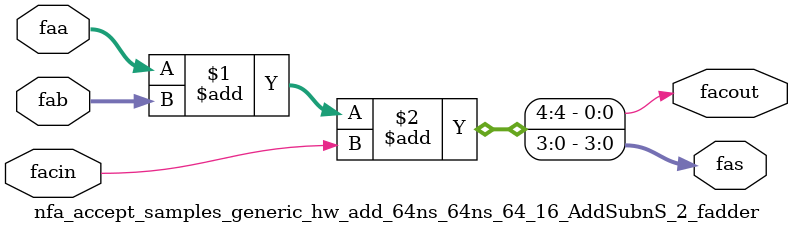
<source format=v>
module nfa_accept_samples_generic_hw_add_64ns_64ns_64_16_AddSubnS_2_fadder 
#(parameter
    N = 4
)(
    input  [N-1 : 0]  faa,
    input  [N-1 : 0]  fab,
    input  wire  facin,
    output [N-1 : 0]  fas,
    output wire  facout
);
assign {facout, fas} = faa + fab + facin;
endmodule
</source>
